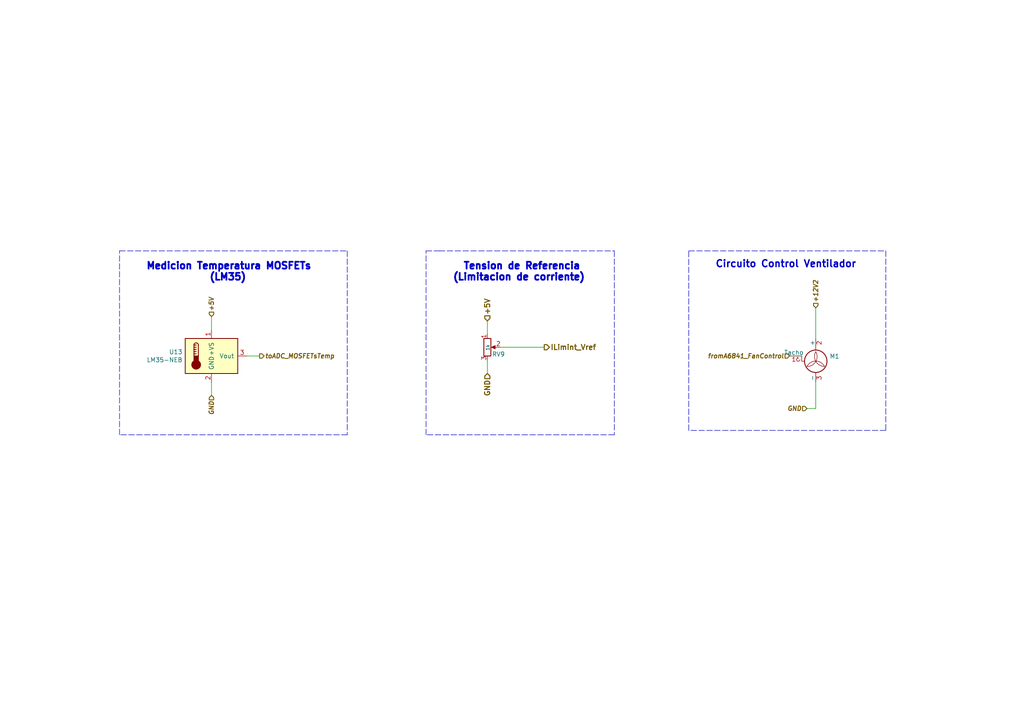
<source format=kicad_sch>
(kicad_sch (version 20211123) (generator eeschema)
  (paper "A4")
  (lib_symbols
    (symbol "Device:R_Potentiometer" (pin_names (offset 1.016) hide)
      (property "Reference" "RV" (at -4.445 0 90))
      (property "Value" "R_Potentiometer" (at -2.54 0 90))
      (symbol "R_Potentiometer_0_1"
        (polyline (pts (xy 2.54 0) (xy 1.524 0)))
        (polyline (pts (xy 1.143 0) (xy 2.286 0.508) (xy 2.286 -0.508) (xy 1.143 0)) (fill (type outline)))
        (rectangle (start 1.016 2.54) (end -1.016 -2.54) (stroke (width 0.254)))
      )
      (symbol "R_Potentiometer_1_1"
        (pin passive line (at 0 3.81 270) (length 1.27) (name "1") (number "1"))
        (pin passive line (at 3.81 0 180) (length 1.27) (name "2") (number "2"))
        (pin passive line (at 0 -3.81 90) (length 1.27) (name "3") (number "3"))
      )
    )
    (symbol "Motor:Fan_3pin" (pin_names (offset 0))
      (property "Reference" "M" (at 2.54 2.54 0))
      (property "Value" "Fan_3pin" (at 2.54 -5.08 0))
      (symbol "Fan_3pin_0_0"
        (arc (start -5.588 -1.016) (mid -5.08 -1.524) (end -4.572 -1.016))
        (arc (start -5.08 -0.508) (mid -5.4392 -0.6568) (end -5.588 -1.016))
        (polyline (pts (xy -5.08 -0.508) (xy -5.334 -0.381)))
        (polyline (pts (xy -5.08 -0.508) (xy -5.207 -0.762)))
        (polyline (pts (xy -4.064 0) (xy -4.064 -1.524) (xy -3.302 -1.524)))
      )
      (symbol "Fan_3pin_0_1"
        (arc (start -2.54 -3.048) (mid -0.0014 -1.6352) (end 0 1.27))
        (circle (center 0 -1.524) (radius 3.2512) (stroke (width 0.254)))
        (polyline (pts (xy -4.064 0) (xy -5.08 0)))
        (polyline (pts (xy 0 -7.62) (xy 0 -7.112)))
        (polyline (pts (xy 0 -4.7752) (xy 0 -5.1816)))
        (polyline (pts (xy 0 1.7272) (xy 0 2.0828)))
        (polyline (pts (xy 0 2.032) (xy 0 2.54)))
        (arc (start 0 1.27) (mid 0.0468 -1.6085) (end 2.54 -3.048))
        (arc (start 2.54 -3.048) (mid 0 -1.4782) (end -2.54 -3.048))
      )
      (symbol "Fan_3pin_1_1"
        (pin passive line (at -7.62 0 0) (length 2.54) (name "Tacho") (number "1"))
        (pin passive line (at 0 5.08 270) (length 2.54) (name "+") (number "2"))
        (pin passive line (at 0 -7.62 90) (length 2.54) (name "-") (number "3"))
      )
    )
    (symbol "Sensor_Temperature:LM35-NEB" (pin_names (offset 1.016))
      (property "Reference" "U" (at -6.35 6.35 0))
      (property "Value" "LM35-NEB" (at 1.27 6.35 0))
      (symbol "LM35-NEB_0_1"
        (rectangle (start -7.62 5.08) (end 7.62 -5.08) (stroke (width 0.254)) (fill (type background)))
        (circle (center -4.445 -2.54) (radius 1.27) (stroke (width 0.254)) (fill (type outline)))
        (rectangle (start -3.81 -1.905) (end -5.08 0) (stroke (width 0.254)) (fill (type outline)))
        (arc (start -3.81 3.175) (mid -4.445 3.81) (end -5.08 3.175) (stroke (width 0.254)))
        (polyline (pts (xy -5.08 0.635) (xy -4.445 0.635)) (stroke (width 0.254)))
        (polyline (pts (xy -5.08 1.27) (xy -4.445 1.27)) (stroke (width 0.254)))
        (polyline (pts (xy -5.08 1.905) (xy -4.445 1.905)) (stroke (width 0.254)))
        (polyline (pts (xy -5.08 2.54) (xy -4.445 2.54)) (stroke (width 0.254)))
        (polyline (pts (xy -5.08 3.175) (xy -5.08 0)) (stroke (width 0.254)))
        (polyline (pts (xy -5.08 3.175) (xy -4.445 3.175)) (stroke (width 0.254)))
        (polyline (pts (xy -3.81 3.175) (xy -3.81 0)) (stroke (width 0.254)))
      )
      (symbol "LM35-NEB_1_1"
        (pin power_in line (at 0 7.62 270) (length 2.54) (name "+VS") (number "1"))
        (pin power_in line (at 0 -7.62 90) (length 2.54) (name "GND") (number "2"))
        (pin output line (at 10.16 0 180) (length 2.54) (name "Vout") (number "3"))
      )
    )
  )
  (polyline (pts (xy 100.711 72.771) (xy 100.711 126.111)))
  (wire (pts (xy 71.501 103.251) (xy 75.311 103.251)))
  (polyline (pts (xy 199.771 72.771) (xy 256.921 72.771)))
  (wire (pts (xy 61.341 110.871) (xy 61.341 114.681)))
  (polyline (pts (xy 256.921 72.771) (xy 256.921 124.841)))
  (wire (pts (xy 236.601 110.871) (xy 236.601 118.491)))
  (polyline (pts (xy 178.181 126.111) (xy 123.571 126.111)))
  (polyline (pts (xy 34.671 126.111) (xy 34.671 72.771)))
  (wire (pts (xy 157.861 100.711) (xy 145.161 100.711)))
  (wire (pts (xy 236.601 118.491) (xy 234.061 118.491)))
  (polyline (pts (xy 178.181 72.771) (xy 178.181 126.111)))
  (polyline (pts (xy 256.921 124.841) (xy 199.771 124.841)))
  (wire (pts (xy 61.341 95.631) (xy 61.341 91.821)))
  (polyline (pts (xy 100.711 126.111) (xy 34.671 126.111)))
  (polyline (pts (xy 127.381 72.771) (xy 178.181 72.771)))
  (polyline (pts (xy 34.671 72.771) (xy 100.711 72.771)))
  (wire (pts (xy 141.351 96.901) (xy 141.351 93.091)))
  (polyline (pts (xy 123.571 126.111) (xy 123.571 72.771)))
  (polyline (pts (xy 123.571 72.771) (xy 127.381 72.771)))
  (wire (pts (xy 236.601 98.171) (xy 236.601 89.281)))
  (wire (pts (xy 141.351 104.521) (xy 141.351 108.331)))
  (polyline (pts (xy 199.771 124.841) (xy 199.771 72.771)))
  (text "  Tension de Referencia \n(Limitacion de corriente)" (at 131.191 81.661 0) (effects (font (size 2 2) (thickness 0.5994) bold) (justify left bottom)))
  (text "Medicion Temperatura MOSFETs \n            (LM35)" (at 42.291 81.661 0) (effects (font (size 2 2) (thickness 0.5994) bold) (justify left bottom)))
  (text "Circuito Control Ventilador" (at 207.391 77.851 0) (effects (font (size 2 2) (thickness 0.4) bold) (justify left bottom)))
  (hierarchical_label "ILimint_Vref" (shape output) (at 157.861 100.711 0) (effects (font (size 1.4986 1.4986) (thickness 0.2997) bold)))
  (hierarchical_label "+5V" (shape input) (at 141.351 93.091 90) (effects (font (size 1.4986 1.4986) (thickness 0.2997) bold)))
  (hierarchical_label "+5V" (shape input) (at 61.341 91.821 90) (effects (font (size 1.2954 1.2954) (thickness 0.2591) bold italic)))
  (hierarchical_label "GND" (shape input) (at 61.341 114.681 270) (effects (font (size 1.2954 1.2954) (thickness 0.2591) bold italic)))
  (hierarchical_label "GND" (shape input) (at 141.351 108.331 270) (effects (font (size 1.4986 1.4986) (thickness 0.2997) bold)))
  (hierarchical_label "GND" (shape input) (at 234.061 118.491 180) (effects (font (size 1.2954 1.2954) (thickness 0.2591) bold italic)))
  (hierarchical_label "fromA6841_FanControl" (shape input) (at 228.981 103.251 180) (effects (font (size 1.2954 1.2954) (thickness 0.2591) bold italic)))
  (hierarchical_label "+12V2" (shape input) (at 236.601 89.281 90) (effects (font (size 1.2954 1.2954) (thickness 0.2591) bold italic)))
  (hierarchical_label "toADC_MOSFETsTemp" (shape output) (at 75.311 103.251 0) (effects (font (size 1.2954 1.2954) (thickness 0.2591) bold italic)))
  (symbol (lib_id "Sensor_Temperature:LM35-NEB") (at 61.341 103.251 0) (unit 1)
    (property "Reference" "U13" (at 52.959 102.0826 0) (effects (justify right)))
    (property "Value" "LM35-NEB" (at 52.959 104.394 0) (effects (justify right)))
    (property "Footprint" "Connector_PinHeader_2.54mm:PinHeader_1x03_P2.54mm_Vertical" (effects hide))
    (property "Datasheet" "http://www.ti.com/lit/ds/symlink/lm35.pdf" (effects hide))
  )
  (symbol (lib_id "Device:R_Potentiometer") (at 141.351 100.711 0) (unit 1)
    (property "Reference" "RV9" (at 146.4818 102.743 0) (effects (justify right)))
    (property "Value" "1k" (at 141.478 99.822 90) (effects (font (size 1 1)) (justify right)))
    (property "Footprint" "CEDCp:Preset_Multivueltas_Vertical" (effects hide))
  )
  (symbol (lib_id "Motor:Fan_3pin") (at 236.601 103.251 0) (unit 1)
    (property "Reference" "M1" (at 240.6142 103.3526 0) (effects (justify left)))
    (property "Value" "Fan_3pin" (effects hide))
    (property "Footprint" "Connector_PinHeader_2.54mm:PinHeader_1x03_P2.54mm_Vertical" (effects hide))
    (property "Datasheet" "http://www.hardwarecanucks.com/forum/attachments/new-builds/16287d1330775095-help-chassis-power-fan-connectors-motherboard-asus_p8z68.jpg" (effects hide))
  )
)
</source>
